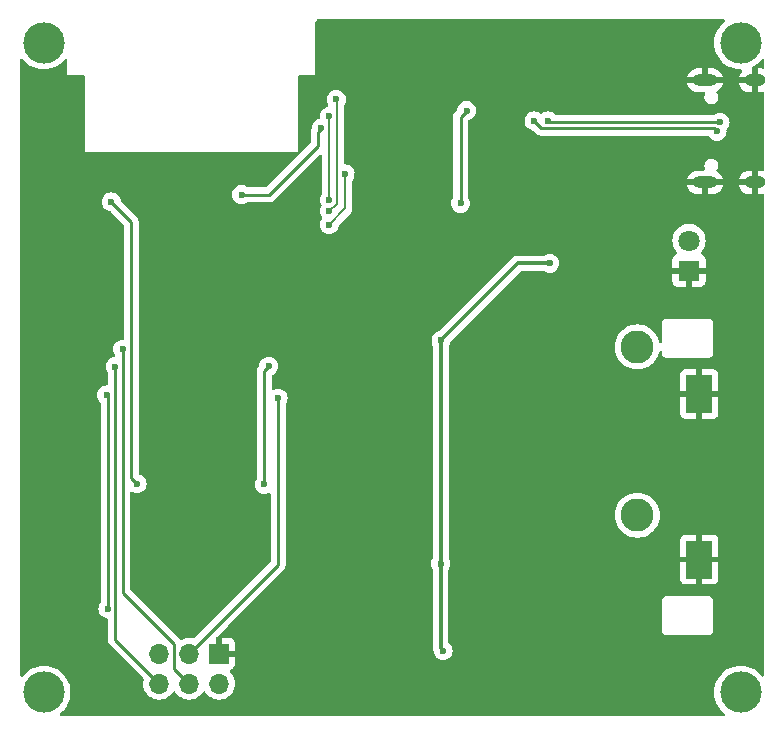
<source format=gbr>
%TF.GenerationSoftware,KiCad,Pcbnew,8.0.0*%
%TF.CreationDate,2024-06-17T16:53:13+02:00*%
%TF.ProjectId,Lucaudio_esp32,4c756361-7564-4696-9f5f-65737033322e,rev?*%
%TF.SameCoordinates,Original*%
%TF.FileFunction,Copper,L2,Bot*%
%TF.FilePolarity,Positive*%
%FSLAX46Y46*%
G04 Gerber Fmt 4.6, Leading zero omitted, Abs format (unit mm)*
G04 Created by KiCad (PCBNEW 8.0.0) date 2024-06-17 16:53:13*
%MOMM*%
%LPD*%
G01*
G04 APERTURE LIST*
%TA.AperFunction,ComponentPad*%
%ADD10C,2.800000*%
%TD*%
%TA.AperFunction,ComponentPad*%
%ADD11R,2.200000X3.200000*%
%TD*%
%TA.AperFunction,ComponentPad*%
%ADD12C,3.500000*%
%TD*%
%TA.AperFunction,ComponentPad*%
%ADD13R,1.700000X1.700000*%
%TD*%
%TA.AperFunction,ComponentPad*%
%ADD14O,1.700000X1.700000*%
%TD*%
%TA.AperFunction,ComponentPad*%
%ADD15O,1.800000X1.000000*%
%TD*%
%TA.AperFunction,ComponentPad*%
%ADD16O,2.100000X1.000000*%
%TD*%
%TA.AperFunction,ComponentPad*%
%ADD17R,1.800000X1.800000*%
%TD*%
%TA.AperFunction,ComponentPad*%
%ADD18C,1.800000*%
%TD*%
%TA.AperFunction,ViaPad*%
%ADD19C,0.600000*%
%TD*%
%TA.AperFunction,Conductor*%
%ADD20C,0.304800*%
%TD*%
%TA.AperFunction,Conductor*%
%ADD21C,0.254000*%
%TD*%
%TA.AperFunction,Conductor*%
%ADD22C,0.200000*%
%TD*%
G04 APERTURE END LIST*
D10*
%TO.P,J3,1,IN1*%
%TO.N,Net-(J3-IN1)*%
X155250000Y-94250000D03*
%TO.P,J3,2,IN2*%
%TO.N,Net-(J3-IN2)*%
X155250000Y-108500000D03*
D11*
%TO.P,J3,3,EXT*%
%TO.N,GND*%
X160500000Y-112250000D03*
X160500000Y-98250000D03*
%TD*%
D12*
%TO.P,REF\u002A\u002A,1*%
%TO.N,N/C*%
X105000000Y-123500000D03*
%TD*%
D13*
%TO.P,J2,1,Pin_1*%
%TO.N,GND*%
X119847600Y-120213200D03*
D14*
%TO.P,J2,2,Pin_2*%
%TO.N,MCU_RST*%
X119847600Y-122753200D03*
%TO.P,J2,3,Pin_3*%
%TO.N,GPIO15*%
X117307600Y-120213200D03*
%TO.P,J2,4,Pin_4*%
%TO.N,GPIO14*%
X117307600Y-122753200D03*
%TO.P,J2,5,Pin_5*%
%TO.N,GPIO13*%
X114767600Y-120213200D03*
%TO.P,J2,6,Pin_6*%
%TO.N,GPIO12*%
X114767600Y-122753200D03*
%TD*%
D12*
%TO.P,REF\u002A\u002A,1*%
%TO.N,N/C*%
X164000000Y-123500000D03*
%TD*%
D15*
%TO.P,J1,S1,SHIELD*%
%TO.N,GND*%
X165189200Y-71676800D03*
D16*
X160989200Y-71676800D03*
D15*
X165189200Y-80316800D03*
D16*
X160989200Y-80316800D03*
%TD*%
D12*
%TO.P,REF\u002A\u002A,1*%
%TO.N,N/C*%
X105000000Y-68500000D03*
%TD*%
D17*
%TO.P,LED1,1,K*%
%TO.N,GND*%
X159623400Y-87787800D03*
D18*
%TO.P,LED1,2,A*%
%TO.N,Net-(LED1-A)*%
X159623400Y-85247800D03*
%TD*%
D12*
%TO.P,REF\u002A\u002A,1*%
%TO.N,N/C*%
X164000000Y-68500000D03*
%TD*%
D19*
%TO.N,GND*%
X142877000Y-104000000D03*
X161250000Y-120500000D03*
X153035000Y-70764400D03*
X105000000Y-71750000D03*
X152750000Y-111500000D03*
X109500000Y-123500000D03*
X146304000Y-113766600D03*
X139000000Y-70000000D03*
X142367000Y-122783600D03*
X136702800Y-120167400D03*
X153500000Y-99500000D03*
X152552400Y-80721200D03*
X164046200Y-78030800D03*
X158000000Y-72500000D03*
X158250000Y-80000000D03*
X146558000Y-93395800D03*
X124485400Y-117627400D03*
X118262400Y-116433600D03*
X141440200Y-79427800D03*
X142290800Y-116459000D03*
X164000000Y-120000000D03*
X148031200Y-100457000D03*
X128041400Y-80772000D03*
X146812000Y-119176800D03*
X124460000Y-88798400D03*
X121640600Y-83464400D03*
X128500000Y-89000000D03*
X108940600Y-105410000D03*
X122504200Y-111785400D03*
X137998200Y-78689200D03*
X144424400Y-102438200D03*
X141440200Y-72188800D03*
X153250000Y-95250000D03*
X128250000Y-100750000D03*
X136931400Y-100507800D03*
X141452600Y-108686600D03*
X111000000Y-78750000D03*
X131495800Y-79756000D03*
X141250000Y-104000000D03*
X105000000Y-120000000D03*
X154406600Y-73456800D03*
X162395200Y-72696800D03*
X121767600Y-78892400D03*
X126136400Y-105613200D03*
X154750000Y-83750000D03*
X128250000Y-73250000D03*
X117678200Y-105562400D03*
%TO.N,+5V*%
X138607800Y-112598200D03*
X147828000Y-87172800D03*
X138811000Y-119964200D03*
X138633200Y-93700600D03*
%TO.N,3V3*%
X140792200Y-74244200D03*
X140284200Y-82092800D03*
%TO.N,Net-(U3-UD-)*%
X162001200Y-75996800D03*
X146507200Y-75115800D03*
%TO.N,Net-(U3-UD+)*%
X162255200Y-75234800D03*
X147689843Y-75115800D03*
%TO.N,MCU_TX*%
X129184400Y-74726800D03*
X129184400Y-81803070D03*
%TO.N,MCU_RX*%
X129175450Y-82756904D03*
X129763435Y-73299235D03*
%TO.N,MCU_RST*%
X110718600Y-81965800D03*
X128498600Y-75717400D03*
X121742200Y-81356200D03*
X112903000Y-105841800D03*
%TO.N,GPIO0*%
X123672600Y-105892600D03*
X124045600Y-95885000D03*
X129159000Y-83896200D03*
X130530600Y-79603600D03*
%TO.N,GPIO14*%
X111683800Y-94437200D03*
%TO.N,GPIO13*%
X110429800Y-116433600D03*
X110312200Y-98323400D03*
%TO.N,GPIO15*%
X124841000Y-98602800D03*
%TO.N,GPIO12*%
X111048800Y-95910400D03*
%TD*%
D20*
%TO.N,+5V*%
X138633200Y-112572800D02*
X138607800Y-112598200D01*
X138607800Y-119761000D02*
X138811000Y-119964200D01*
X138633200Y-93700600D02*
X138633200Y-112572800D01*
X145161000Y-87172800D02*
X147828000Y-87172800D01*
X138607800Y-112598200D02*
X138607800Y-119761000D01*
X138633200Y-93700600D02*
X145161000Y-87172800D01*
D21*
%TO.N,3V3*%
X140284200Y-74752200D02*
X140792200Y-74244200D01*
X140284200Y-82092800D02*
X140284200Y-74752200D01*
%TO.N,Net-(U3-UD-)*%
X162001200Y-75996800D02*
X161747200Y-75742800D01*
X147134200Y-75742800D02*
X146507200Y-75115800D01*
X161747200Y-75742800D02*
X147134200Y-75742800D01*
%TO.N,Net-(U3-UD+)*%
X147689843Y-75115800D02*
X147808843Y-75234800D01*
X147808843Y-75234800D02*
X162255200Y-75234800D01*
D22*
%TO.N,MCU_TX*%
X129184400Y-81803070D02*
X129184400Y-74726800D01*
%TO.N,MCU_RX*%
X129784400Y-73320200D02*
X129763435Y-73299235D01*
X129175450Y-82756904D02*
X129784400Y-82147954D01*
X129784400Y-82147954D02*
X129784400Y-73320200D01*
D21*
%TO.N,MCU_RST*%
X128244600Y-76022200D02*
X128498600Y-75768200D01*
X112395000Y-83642200D02*
X110718600Y-81965800D01*
X128244600Y-77216000D02*
X128244600Y-76022200D01*
X128498600Y-75768200D02*
X128498600Y-75717400D01*
X121742200Y-81356200D02*
X124104400Y-81356200D01*
X112395000Y-105333800D02*
X112395000Y-83642200D01*
X112903000Y-105841800D02*
X112395000Y-105333800D01*
X124104400Y-81356200D02*
X128244600Y-77216000D01*
%TO.N,GPIO0*%
X123672600Y-96258000D02*
X124045600Y-95885000D01*
X123672600Y-105892600D02*
X123672600Y-96258000D01*
D22*
X130530600Y-79603600D02*
X130530600Y-82524600D01*
X130530600Y-82524600D02*
X129159000Y-83896200D01*
D21*
%TO.N,GPIO14*%
X111683800Y-94437200D02*
X111683800Y-115062000D01*
X116052600Y-119430800D02*
X116052600Y-121498200D01*
X116052600Y-121498200D02*
X117307600Y-122753200D01*
X111683800Y-115062000D02*
X116052600Y-119430800D01*
%TO.N,GPIO13*%
X110439200Y-116424200D02*
X110429800Y-116433600D01*
X110439200Y-98450400D02*
X110439200Y-116424200D01*
X110312200Y-98323400D02*
X110439200Y-98450400D01*
%TO.N,GPIO15*%
X117307600Y-120213200D02*
X124841000Y-112679800D01*
X124841000Y-112679800D02*
X124841000Y-98602800D01*
%TO.N,GPIO12*%
X111056800Y-95918400D02*
X111056800Y-119042400D01*
X111048800Y-95910400D02*
X111056800Y-95918400D01*
X111056800Y-119042400D02*
X114767600Y-122753200D01*
%TD*%
%TA.AperFunction,Conductor*%
%TO.N,GND*%
G36*
X162604910Y-66519685D02*
G01*
X162650665Y-66572489D01*
X162660609Y-66641647D01*
X162631584Y-66705203D01*
X162619630Y-66717228D01*
X162405241Y-66905241D01*
X162210728Y-67127041D01*
X162046828Y-67372334D01*
X161916349Y-67636919D01*
X161821521Y-67916269D01*
X161821518Y-67916283D01*
X161763968Y-68205609D01*
X161763964Y-68205636D01*
X161744671Y-68499992D01*
X161744671Y-68500007D01*
X161763964Y-68794363D01*
X161763965Y-68794373D01*
X161763966Y-68794380D01*
X161763968Y-68794390D01*
X161821518Y-69083716D01*
X161821521Y-69083730D01*
X161916349Y-69363080D01*
X162046825Y-69627660D01*
X162046829Y-69627667D01*
X162210725Y-69872955D01*
X162405241Y-70094758D01*
X162627043Y-70289273D01*
X162872335Y-70453172D01*
X163136923Y-70583652D01*
X163416278Y-70678481D01*
X163705620Y-70736034D01*
X163733177Y-70737840D01*
X164004051Y-70755595D01*
X164003936Y-70757338D01*
X164064133Y-70775014D01*
X164109888Y-70827818D01*
X164119832Y-70896976D01*
X164090807Y-70960532D01*
X164084775Y-70967010D01*
X164012451Y-71039333D01*
X164012448Y-71039337D01*
X163903014Y-71203115D01*
X163903007Y-71203128D01*
X163827630Y-71385107D01*
X163827630Y-71385109D01*
X163819338Y-71426800D01*
X164622212Y-71426800D01*
X164604995Y-71436740D01*
X164549140Y-71492595D01*
X164509644Y-71561004D01*
X164489200Y-71637304D01*
X164489200Y-71716296D01*
X164509644Y-71792596D01*
X164549140Y-71861005D01*
X164604995Y-71916860D01*
X164622212Y-71926800D01*
X163819338Y-71926800D01*
X163827630Y-71968490D01*
X163827630Y-71968492D01*
X163903007Y-72150471D01*
X163903014Y-72150484D01*
X164012448Y-72314262D01*
X164012451Y-72314266D01*
X164151733Y-72453548D01*
X164151737Y-72453551D01*
X164315515Y-72562985D01*
X164315528Y-72562992D01*
X164497506Y-72638369D01*
X164497518Y-72638372D01*
X164690704Y-72676799D01*
X164690708Y-72676800D01*
X164939200Y-72676800D01*
X164939200Y-71976800D01*
X165439200Y-71976800D01*
X165439200Y-72676800D01*
X165687692Y-72676800D01*
X165687694Y-72676799D01*
X165851809Y-72644155D01*
X165921400Y-72650382D01*
X165976578Y-72693245D01*
X165999822Y-72759135D01*
X166000000Y-72765772D01*
X166000000Y-79227827D01*
X165980315Y-79294866D01*
X165927511Y-79340621D01*
X165858353Y-79350565D01*
X165851809Y-79349444D01*
X165687695Y-79316800D01*
X165439200Y-79316800D01*
X165439200Y-80016800D01*
X164939200Y-80016800D01*
X164939200Y-79316800D01*
X164690704Y-79316800D01*
X164497518Y-79355227D01*
X164497506Y-79355230D01*
X164315528Y-79430607D01*
X164315515Y-79430614D01*
X164151737Y-79540048D01*
X164151733Y-79540051D01*
X164012451Y-79679333D01*
X164012448Y-79679337D01*
X163903014Y-79843115D01*
X163903007Y-79843128D01*
X163827630Y-80025107D01*
X163827630Y-80025109D01*
X163819338Y-80066800D01*
X164622212Y-80066800D01*
X164604995Y-80076740D01*
X164549140Y-80132595D01*
X164509644Y-80201004D01*
X164489200Y-80277304D01*
X164489200Y-80356296D01*
X164509644Y-80432596D01*
X164549140Y-80501005D01*
X164604995Y-80556860D01*
X164622212Y-80566800D01*
X163819338Y-80566800D01*
X163827630Y-80608490D01*
X163827630Y-80608492D01*
X163903007Y-80790471D01*
X163903014Y-80790484D01*
X164012448Y-80954262D01*
X164012451Y-80954266D01*
X164151733Y-81093548D01*
X164151737Y-81093551D01*
X164315515Y-81202985D01*
X164315528Y-81202992D01*
X164497506Y-81278369D01*
X164497518Y-81278372D01*
X164690704Y-81316799D01*
X164690708Y-81316800D01*
X164939200Y-81316800D01*
X164939200Y-80616800D01*
X165439200Y-80616800D01*
X165439200Y-81316800D01*
X165687692Y-81316800D01*
X165687694Y-81316799D01*
X165851809Y-81284155D01*
X165921400Y-81290382D01*
X165976578Y-81333245D01*
X165999822Y-81399135D01*
X166000000Y-81405772D01*
X166000000Y-122037870D01*
X165980315Y-122104909D01*
X165927511Y-122150664D01*
X165858353Y-122160608D01*
X165794797Y-122131583D01*
X165782772Y-122119629D01*
X165594758Y-121905241D01*
X165372955Y-121710725D01*
X165127667Y-121546829D01*
X165127660Y-121546825D01*
X164863080Y-121416349D01*
X164583730Y-121321521D01*
X164583724Y-121321519D01*
X164583722Y-121321519D01*
X164294380Y-121263966D01*
X164294373Y-121263965D01*
X164294363Y-121263964D01*
X164000007Y-121244671D01*
X163999993Y-121244671D01*
X163705636Y-121263964D01*
X163705624Y-121263965D01*
X163705620Y-121263966D01*
X163705612Y-121263967D01*
X163705609Y-121263968D01*
X163416283Y-121321518D01*
X163416269Y-121321521D01*
X163136919Y-121416349D01*
X162872334Y-121546828D01*
X162627041Y-121710728D01*
X162405241Y-121905241D01*
X162210728Y-122127041D01*
X162046828Y-122372334D01*
X161916349Y-122636919D01*
X161821521Y-122916269D01*
X161821518Y-122916283D01*
X161763968Y-123205609D01*
X161763964Y-123205636D01*
X161744671Y-123499992D01*
X161744671Y-123500007D01*
X161763964Y-123794363D01*
X161763965Y-123794373D01*
X161763966Y-123794380D01*
X161763968Y-123794390D01*
X161821518Y-124083716D01*
X161821521Y-124083730D01*
X161916349Y-124363080D01*
X162046825Y-124627660D01*
X162046829Y-124627667D01*
X162210725Y-124872955D01*
X162405241Y-125094758D01*
X162619630Y-125282772D01*
X162657054Y-125341774D01*
X162656638Y-125411642D01*
X162618515Y-125470194D01*
X162554787Y-125498841D01*
X162537871Y-125500000D01*
X106462129Y-125500000D01*
X106395090Y-125480315D01*
X106349335Y-125427511D01*
X106339391Y-125358353D01*
X106368416Y-125294797D01*
X106380370Y-125282772D01*
X106594758Y-125094758D01*
X106711071Y-124962129D01*
X106789273Y-124872957D01*
X106953172Y-124627665D01*
X107083652Y-124363077D01*
X107178481Y-124083722D01*
X107236034Y-123794380D01*
X107247162Y-123624601D01*
X107255329Y-123500007D01*
X107255329Y-123499992D01*
X107236035Y-123205636D01*
X107236034Y-123205620D01*
X107178481Y-122916278D01*
X107083652Y-122636923D01*
X106953172Y-122372336D01*
X106945668Y-122361106D01*
X106811700Y-122160608D01*
X106789273Y-122127043D01*
X106743956Y-122075369D01*
X106594758Y-121905241D01*
X106372955Y-121710725D01*
X106127667Y-121546829D01*
X106127660Y-121546825D01*
X105863080Y-121416349D01*
X105583730Y-121321521D01*
X105583724Y-121321519D01*
X105583722Y-121321519D01*
X105294380Y-121263966D01*
X105294373Y-121263965D01*
X105294363Y-121263964D01*
X105000007Y-121244671D01*
X104999993Y-121244671D01*
X104705636Y-121263964D01*
X104705624Y-121263965D01*
X104705620Y-121263966D01*
X104705612Y-121263967D01*
X104705609Y-121263968D01*
X104416283Y-121321518D01*
X104416269Y-121321521D01*
X104136919Y-121416349D01*
X103872334Y-121546828D01*
X103627041Y-121710728D01*
X103405241Y-121905241D01*
X103217228Y-122119629D01*
X103158226Y-122157053D01*
X103088358Y-122156637D01*
X103029805Y-122118513D01*
X103001159Y-122054786D01*
X103000000Y-122037870D01*
X103000000Y-98323403D01*
X109506635Y-98323403D01*
X109526830Y-98502649D01*
X109526831Y-98502654D01*
X109586411Y-98672923D01*
X109682384Y-98825662D01*
X109775381Y-98918659D01*
X109808866Y-98979982D01*
X109811700Y-99006340D01*
X109811700Y-115876968D01*
X109792694Y-115942940D01*
X109704011Y-116084076D01*
X109644431Y-116254345D01*
X109644430Y-116254350D01*
X109624235Y-116433596D01*
X109624235Y-116433603D01*
X109644430Y-116612849D01*
X109644431Y-116612854D01*
X109704011Y-116783123D01*
X109799984Y-116935862D01*
X109927538Y-117063416D01*
X110080278Y-117159389D01*
X110250545Y-117218968D01*
X110319184Y-117226701D01*
X110383596Y-117253766D01*
X110423152Y-117311360D01*
X110429300Y-117349921D01*
X110429300Y-119104207D01*
X110453412Y-119225427D01*
X110453414Y-119225435D01*
X110486862Y-119306185D01*
X110500715Y-119339629D01*
X110500717Y-119339633D01*
X110557701Y-119424916D01*
X110557702Y-119424918D01*
X110569388Y-119442407D01*
X110569393Y-119442413D01*
X113426764Y-122299783D01*
X113460249Y-122361106D01*
X113458858Y-122419556D01*
X113432539Y-122517783D01*
X113432536Y-122517796D01*
X113411941Y-122753199D01*
X113411941Y-122753200D01*
X113432536Y-122988603D01*
X113432538Y-122988613D01*
X113493694Y-123216855D01*
X113493696Y-123216859D01*
X113493697Y-123216863D01*
X113497600Y-123225232D01*
X113593565Y-123431030D01*
X113593567Y-123431034D01*
X113641858Y-123500000D01*
X113729105Y-123624601D01*
X113896199Y-123791695D01*
X113992984Y-123859465D01*
X114089765Y-123927232D01*
X114089767Y-123927233D01*
X114089770Y-123927235D01*
X114303937Y-124027103D01*
X114532192Y-124088263D01*
X114720518Y-124104739D01*
X114767599Y-124108859D01*
X114767600Y-124108859D01*
X114767601Y-124108859D01*
X114806834Y-124105426D01*
X115003008Y-124088263D01*
X115231263Y-124027103D01*
X115445430Y-123927235D01*
X115639001Y-123791695D01*
X115806095Y-123624601D01*
X115936025Y-123439042D01*
X115990602Y-123395417D01*
X116060100Y-123388223D01*
X116122455Y-123419746D01*
X116139175Y-123439042D01*
X116269100Y-123624595D01*
X116269105Y-123624601D01*
X116436199Y-123791695D01*
X116532984Y-123859465D01*
X116629765Y-123927232D01*
X116629767Y-123927233D01*
X116629770Y-123927235D01*
X116843937Y-124027103D01*
X117072192Y-124088263D01*
X117260518Y-124104739D01*
X117307599Y-124108859D01*
X117307600Y-124108859D01*
X117307601Y-124108859D01*
X117346834Y-124105426D01*
X117543008Y-124088263D01*
X117771263Y-124027103D01*
X117985430Y-123927235D01*
X118179001Y-123791695D01*
X118346095Y-123624601D01*
X118476025Y-123439042D01*
X118530602Y-123395417D01*
X118600100Y-123388223D01*
X118662455Y-123419746D01*
X118679175Y-123439042D01*
X118809100Y-123624595D01*
X118809105Y-123624601D01*
X118976199Y-123791695D01*
X119072984Y-123859465D01*
X119169765Y-123927232D01*
X119169767Y-123927233D01*
X119169770Y-123927235D01*
X119383937Y-124027103D01*
X119612192Y-124088263D01*
X119800518Y-124104739D01*
X119847599Y-124108859D01*
X119847600Y-124108859D01*
X119847601Y-124108859D01*
X119886834Y-124105426D01*
X120083008Y-124088263D01*
X120311263Y-124027103D01*
X120525430Y-123927235D01*
X120719001Y-123791695D01*
X120886095Y-123624601D01*
X121021635Y-123431030D01*
X121121503Y-123216863D01*
X121182663Y-122988608D01*
X121203259Y-122753200D01*
X121182663Y-122517792D01*
X121121503Y-122289537D01*
X121021635Y-122075371D01*
X121016024Y-122067358D01*
X120886096Y-121881800D01*
X120886093Y-121881797D01*
X120763779Y-121759483D01*
X120730296Y-121698163D01*
X120735280Y-121628471D01*
X120777151Y-121572537D01*
X120808129Y-121555622D01*
X120939686Y-121506554D01*
X120939693Y-121506550D01*
X121054787Y-121420390D01*
X121054790Y-121420387D01*
X121140950Y-121305293D01*
X121140954Y-121305286D01*
X121191196Y-121170579D01*
X121191198Y-121170572D01*
X121197599Y-121111044D01*
X121197600Y-121111027D01*
X121197600Y-120463200D01*
X120280612Y-120463200D01*
X120313525Y-120406193D01*
X120347600Y-120279026D01*
X120347600Y-120147374D01*
X120313525Y-120020207D01*
X120280612Y-119963200D01*
X121197600Y-119963200D01*
X121197600Y-119315372D01*
X121197599Y-119315355D01*
X121191198Y-119255827D01*
X121191196Y-119255820D01*
X121140954Y-119121113D01*
X121140950Y-119121106D01*
X121054790Y-119006012D01*
X121054787Y-119006009D01*
X120939693Y-118919849D01*
X120939686Y-118919845D01*
X120804979Y-118869603D01*
X120804972Y-118869601D01*
X120745444Y-118863200D01*
X120097600Y-118863200D01*
X120097600Y-119780188D01*
X120040593Y-119747275D01*
X119913426Y-119713200D01*
X119781774Y-119713200D01*
X119654607Y-119747275D01*
X119597600Y-119780188D01*
X119597600Y-118861980D01*
X119617285Y-118794941D01*
X119633919Y-118774299D01*
X120558719Y-117849500D01*
X125328411Y-113079809D01*
X125397083Y-112977033D01*
X125444385Y-112862835D01*
X125468500Y-112741604D01*
X125468500Y-112617997D01*
X125468500Y-112598203D01*
X137802235Y-112598203D01*
X137822430Y-112777449D01*
X137822431Y-112777454D01*
X137882011Y-112947722D01*
X137935894Y-113033476D01*
X137954900Y-113099448D01*
X137954900Y-119825307D01*
X137974008Y-119921365D01*
X137974008Y-119921366D01*
X137979989Y-119951438D01*
X137979993Y-119951449D01*
X138006268Y-120014885D01*
X138014926Y-120048451D01*
X138025630Y-120143449D01*
X138085210Y-120313721D01*
X138091389Y-120323554D01*
X138181184Y-120466462D01*
X138308738Y-120594016D01*
X138461478Y-120689989D01*
X138631745Y-120749568D01*
X138631750Y-120749569D01*
X138810996Y-120769765D01*
X138811000Y-120769765D01*
X138811004Y-120769765D01*
X138990249Y-120749569D01*
X138990252Y-120749568D01*
X138990255Y-120749568D01*
X139160522Y-120689989D01*
X139313262Y-120594016D01*
X139440816Y-120466462D01*
X139536789Y-120313722D01*
X139596368Y-120143455D01*
X139596369Y-120143449D01*
X139616565Y-119964203D01*
X139616565Y-119964196D01*
X139596369Y-119784950D01*
X139596368Y-119784945D01*
X139583978Y-119749537D01*
X139536789Y-119614678D01*
X139440816Y-119461938D01*
X139313262Y-119334384D01*
X139307816Y-119330041D01*
X139309710Y-119327665D01*
X139272366Y-119285331D01*
X139260700Y-119232824D01*
X139260700Y-118302727D01*
X157349500Y-118302727D01*
X157376793Y-118404587D01*
X157429520Y-118495913D01*
X157504087Y-118570480D01*
X157595413Y-118623207D01*
X157697273Y-118650500D01*
X157697275Y-118650500D01*
X161302725Y-118650500D01*
X161302727Y-118650500D01*
X161404587Y-118623207D01*
X161495913Y-118570480D01*
X161570480Y-118495913D01*
X161623207Y-118404587D01*
X161650500Y-118302727D01*
X161650500Y-115697273D01*
X161623207Y-115595413D01*
X161570480Y-115504087D01*
X161495913Y-115429520D01*
X161404587Y-115376793D01*
X161302727Y-115349500D01*
X157802727Y-115349500D01*
X157697273Y-115349500D01*
X157595413Y-115376793D01*
X157595410Y-115376794D01*
X157504085Y-115429521D01*
X157429521Y-115504085D01*
X157376794Y-115595410D01*
X157376793Y-115595413D01*
X157349500Y-115697273D01*
X157349500Y-118302727D01*
X139260700Y-118302727D01*
X139260700Y-113897844D01*
X158900000Y-113897844D01*
X158906401Y-113957372D01*
X158906403Y-113957379D01*
X158956645Y-114092086D01*
X158956649Y-114092093D01*
X159042809Y-114207187D01*
X159042812Y-114207190D01*
X159157906Y-114293350D01*
X159157913Y-114293354D01*
X159292620Y-114343596D01*
X159292627Y-114343598D01*
X159352155Y-114349999D01*
X159352172Y-114350000D01*
X160250000Y-114350000D01*
X160250000Y-113433012D01*
X160307007Y-113465925D01*
X160434174Y-113500000D01*
X160565826Y-113500000D01*
X160692993Y-113465925D01*
X160750000Y-113433012D01*
X160750000Y-114350000D01*
X161647828Y-114350000D01*
X161647844Y-114349999D01*
X161707372Y-114343598D01*
X161707379Y-114343596D01*
X161842086Y-114293354D01*
X161842093Y-114293350D01*
X161957187Y-114207190D01*
X161957190Y-114207187D01*
X162043350Y-114092093D01*
X162043354Y-114092086D01*
X162093596Y-113957379D01*
X162093598Y-113957372D01*
X162099999Y-113897844D01*
X162100000Y-113897827D01*
X162100000Y-112500000D01*
X161000000Y-112500000D01*
X161000000Y-112000000D01*
X162100000Y-112000000D01*
X162100000Y-110602172D01*
X162099999Y-110602155D01*
X162093598Y-110542627D01*
X162093596Y-110542620D01*
X162043354Y-110407913D01*
X162043350Y-110407906D01*
X161957190Y-110292812D01*
X161957187Y-110292809D01*
X161842093Y-110206649D01*
X161842086Y-110206645D01*
X161707379Y-110156403D01*
X161707372Y-110156401D01*
X161647844Y-110150000D01*
X160750000Y-110150000D01*
X160750000Y-111066988D01*
X160692993Y-111034075D01*
X160565826Y-111000000D01*
X160434174Y-111000000D01*
X160307007Y-111034075D01*
X160250000Y-111066988D01*
X160250000Y-110150000D01*
X159352155Y-110150000D01*
X159292627Y-110156401D01*
X159292620Y-110156403D01*
X159157913Y-110206645D01*
X159157906Y-110206649D01*
X159042812Y-110292809D01*
X159042809Y-110292812D01*
X158956649Y-110407906D01*
X158956645Y-110407913D01*
X158906403Y-110542620D01*
X158906401Y-110542627D01*
X158900000Y-110602155D01*
X158900000Y-112000000D01*
X160000000Y-112000000D01*
X160000000Y-112500000D01*
X158900000Y-112500000D01*
X158900000Y-113897844D01*
X139260700Y-113897844D01*
X139260700Y-113099448D01*
X139279706Y-113033476D01*
X139315165Y-112977043D01*
X139333589Y-112947722D01*
X139393168Y-112777455D01*
X139393169Y-112777449D01*
X139413365Y-112598203D01*
X139413365Y-112598196D01*
X139393169Y-112418950D01*
X139393166Y-112418937D01*
X139333590Y-112248679D01*
X139305106Y-112203346D01*
X139286100Y-112137375D01*
X139286100Y-108500001D01*
X153344645Y-108500001D01*
X153364039Y-108771160D01*
X153364040Y-108771167D01*
X153421823Y-109036793D01*
X153421825Y-109036801D01*
X153498330Y-109241920D01*
X153516830Y-109291519D01*
X153647109Y-109530107D01*
X153647110Y-109530108D01*
X153647113Y-109530113D01*
X153810029Y-109747742D01*
X153810033Y-109747746D01*
X153810038Y-109747752D01*
X154002247Y-109939961D01*
X154002253Y-109939966D01*
X154002258Y-109939971D01*
X154219887Y-110102887D01*
X154219891Y-110102889D01*
X154219892Y-110102890D01*
X154458481Y-110233169D01*
X154458480Y-110233169D01*
X154458484Y-110233170D01*
X154458487Y-110233172D01*
X154713199Y-110328175D01*
X154978840Y-110385961D01*
X155230605Y-110403967D01*
X155249999Y-110405355D01*
X155250000Y-110405355D01*
X155250001Y-110405355D01*
X155268100Y-110404060D01*
X155521160Y-110385961D01*
X155786801Y-110328175D01*
X156041513Y-110233172D01*
X156041517Y-110233169D01*
X156041519Y-110233169D01*
X156193832Y-110150000D01*
X156280113Y-110102887D01*
X156497742Y-109939971D01*
X156689971Y-109747742D01*
X156852887Y-109530113D01*
X156983172Y-109291513D01*
X157078175Y-109036801D01*
X157135961Y-108771160D01*
X157155355Y-108500000D01*
X157135961Y-108228840D01*
X157078175Y-107963199D01*
X156983172Y-107708487D01*
X156983170Y-107708484D01*
X156983169Y-107708480D01*
X156852890Y-107469892D01*
X156852889Y-107469891D01*
X156852887Y-107469887D01*
X156689971Y-107252258D01*
X156689966Y-107252253D01*
X156689961Y-107252247D01*
X156497752Y-107060038D01*
X156497746Y-107060033D01*
X156497742Y-107060029D01*
X156280113Y-106897113D01*
X156280108Y-106897110D01*
X156280107Y-106897109D01*
X156041518Y-106766830D01*
X156041519Y-106766830D01*
X155991920Y-106748330D01*
X155786801Y-106671825D01*
X155786794Y-106671823D01*
X155786793Y-106671823D01*
X155521167Y-106614040D01*
X155521160Y-106614039D01*
X155250001Y-106594645D01*
X155249999Y-106594645D01*
X154978839Y-106614039D01*
X154978832Y-106614040D01*
X154713206Y-106671823D01*
X154713202Y-106671824D01*
X154713199Y-106671825D01*
X154585843Y-106719326D01*
X154458480Y-106766830D01*
X154219892Y-106897109D01*
X154219891Y-106897110D01*
X154002259Y-107060028D01*
X154002247Y-107060038D01*
X153810038Y-107252247D01*
X153810028Y-107252259D01*
X153647110Y-107469891D01*
X153647109Y-107469892D01*
X153516830Y-107708480D01*
X153469326Y-107835843D01*
X153421825Y-107963199D01*
X153421824Y-107963202D01*
X153421823Y-107963206D01*
X153364040Y-108228832D01*
X153364039Y-108228839D01*
X153344645Y-108499998D01*
X153344645Y-108500001D01*
X139286100Y-108500001D01*
X139286100Y-99897844D01*
X158900000Y-99897844D01*
X158906401Y-99957372D01*
X158906403Y-99957379D01*
X158956645Y-100092086D01*
X158956649Y-100092093D01*
X159042809Y-100207187D01*
X159042812Y-100207190D01*
X159157906Y-100293350D01*
X159157913Y-100293354D01*
X159292620Y-100343596D01*
X159292627Y-100343598D01*
X159352155Y-100349999D01*
X159352172Y-100350000D01*
X160250000Y-100350000D01*
X160250000Y-99433012D01*
X160307007Y-99465925D01*
X160434174Y-99500000D01*
X160565826Y-99500000D01*
X160692993Y-99465925D01*
X160750000Y-99433012D01*
X160750000Y-100350000D01*
X161647828Y-100350000D01*
X161647844Y-100349999D01*
X161707372Y-100343598D01*
X161707379Y-100343596D01*
X161842086Y-100293354D01*
X161842093Y-100293350D01*
X161957187Y-100207190D01*
X161957190Y-100207187D01*
X162043350Y-100092093D01*
X162043354Y-100092086D01*
X162093596Y-99957379D01*
X162093598Y-99957372D01*
X162099999Y-99897844D01*
X162100000Y-99897827D01*
X162100000Y-98500000D01*
X161000000Y-98500000D01*
X161000000Y-98000000D01*
X162100000Y-98000000D01*
X162100000Y-96602172D01*
X162099999Y-96602155D01*
X162093598Y-96542627D01*
X162093596Y-96542620D01*
X162043354Y-96407913D01*
X162043350Y-96407906D01*
X161957190Y-96292812D01*
X161957187Y-96292809D01*
X161842093Y-96206649D01*
X161842086Y-96206645D01*
X161707379Y-96156403D01*
X161707372Y-96156401D01*
X161647844Y-96150000D01*
X160750000Y-96150000D01*
X160750000Y-97066988D01*
X160692993Y-97034075D01*
X160565826Y-97000000D01*
X160434174Y-97000000D01*
X160307007Y-97034075D01*
X160250000Y-97066988D01*
X160250000Y-96150000D01*
X159352155Y-96150000D01*
X159292627Y-96156401D01*
X159292620Y-96156403D01*
X159157913Y-96206645D01*
X159157906Y-96206649D01*
X159042812Y-96292809D01*
X159042809Y-96292812D01*
X158956649Y-96407906D01*
X158956645Y-96407913D01*
X158906403Y-96542620D01*
X158906401Y-96542627D01*
X158900000Y-96602155D01*
X158900000Y-98000000D01*
X160000000Y-98000000D01*
X160000000Y-98500000D01*
X158900000Y-98500000D01*
X158900000Y-99897844D01*
X139286100Y-99897844D01*
X139286100Y-94250001D01*
X153344645Y-94250001D01*
X153364039Y-94521160D01*
X153364040Y-94521167D01*
X153401400Y-94692908D01*
X153421825Y-94786801D01*
X153465757Y-94904586D01*
X153516830Y-95041519D01*
X153647109Y-95280107D01*
X153647110Y-95280108D01*
X153647113Y-95280113D01*
X153810029Y-95497742D01*
X153810033Y-95497746D01*
X153810038Y-95497752D01*
X154002247Y-95689961D01*
X154002253Y-95689966D01*
X154002258Y-95689971D01*
X154219887Y-95852887D01*
X154219891Y-95852889D01*
X154219892Y-95852890D01*
X154458480Y-95983169D01*
X154458484Y-95983170D01*
X154458487Y-95983172D01*
X154713199Y-96078175D01*
X154978840Y-96135961D01*
X155230605Y-96153967D01*
X155249999Y-96155355D01*
X155250000Y-96155355D01*
X155250001Y-96155355D01*
X155268100Y-96154060D01*
X155521160Y-96135961D01*
X155786801Y-96078175D01*
X156041513Y-95983172D01*
X156041517Y-95983169D01*
X156041519Y-95983169D01*
X156174793Y-95910396D01*
X156280113Y-95852887D01*
X156497742Y-95689971D01*
X156689971Y-95497742D01*
X156852887Y-95280113D01*
X156937568Y-95125031D01*
X156983169Y-95041519D01*
X156983169Y-95041517D01*
X156983172Y-95041513D01*
X157078175Y-94786801D01*
X157104334Y-94666550D01*
X157137819Y-94605227D01*
X157199142Y-94571742D01*
X157268833Y-94576726D01*
X157324767Y-94618597D01*
X157349184Y-94684062D01*
X157349500Y-94692908D01*
X157349500Y-94802727D01*
X157376793Y-94904587D01*
X157429520Y-94995913D01*
X157504087Y-95070480D01*
X157595413Y-95123207D01*
X157697273Y-95150500D01*
X157697275Y-95150500D01*
X161302725Y-95150500D01*
X161302727Y-95150500D01*
X161404587Y-95123207D01*
X161495913Y-95070480D01*
X161570480Y-94995913D01*
X161623207Y-94904587D01*
X161650500Y-94802727D01*
X161650500Y-92197273D01*
X161623207Y-92095413D01*
X161570480Y-92004087D01*
X161495913Y-91929520D01*
X161404587Y-91876793D01*
X161302727Y-91849500D01*
X157802727Y-91849500D01*
X157697273Y-91849500D01*
X157595413Y-91876793D01*
X157595410Y-91876794D01*
X157504085Y-91929521D01*
X157429521Y-92004085D01*
X157376794Y-92095410D01*
X157376793Y-92095413D01*
X157349500Y-92197273D01*
X157349500Y-93807091D01*
X157329815Y-93874130D01*
X157277011Y-93919885D01*
X157207853Y-93929829D01*
X157144297Y-93900804D01*
X157106523Y-93842026D01*
X157104334Y-93833449D01*
X157091371Y-93773860D01*
X157078175Y-93713199D01*
X156983172Y-93458487D01*
X156983170Y-93458484D01*
X156983169Y-93458480D01*
X156852890Y-93219892D01*
X156852889Y-93219891D01*
X156852887Y-93219887D01*
X156689971Y-93002258D01*
X156689966Y-93002253D01*
X156689961Y-93002247D01*
X156497752Y-92810038D01*
X156497746Y-92810033D01*
X156497742Y-92810029D01*
X156280113Y-92647113D01*
X156280108Y-92647110D01*
X156280107Y-92647109D01*
X156041518Y-92516830D01*
X156041519Y-92516830D01*
X155991920Y-92498330D01*
X155786801Y-92421825D01*
X155786794Y-92421823D01*
X155786793Y-92421823D01*
X155521167Y-92364040D01*
X155521160Y-92364039D01*
X155250001Y-92344645D01*
X155249999Y-92344645D01*
X154978839Y-92364039D01*
X154978832Y-92364040D01*
X154713206Y-92421823D01*
X154713202Y-92421824D01*
X154713199Y-92421825D01*
X154585843Y-92469326D01*
X154458480Y-92516830D01*
X154219892Y-92647109D01*
X154219891Y-92647110D01*
X154002259Y-92810028D01*
X154002247Y-92810038D01*
X153810038Y-93002247D01*
X153810028Y-93002259D01*
X153647110Y-93219891D01*
X153647109Y-93219892D01*
X153516830Y-93458480D01*
X153497096Y-93511390D01*
X153421825Y-93713199D01*
X153421824Y-93713202D01*
X153421823Y-93713206D01*
X153364040Y-93978832D01*
X153364039Y-93978839D01*
X153344645Y-94249998D01*
X153344645Y-94250001D01*
X139286100Y-94250001D01*
X139286100Y-94201848D01*
X139305106Y-94135876D01*
X139335392Y-94087676D01*
X139358989Y-94050122D01*
X139418568Y-93879855D01*
X139418951Y-93876450D01*
X139419812Y-93874400D01*
X139420117Y-93873068D01*
X139420350Y-93873121D01*
X139446013Y-93812037D01*
X139454481Y-93802657D01*
X145395121Y-87862019D01*
X145456444Y-87828534D01*
X145482802Y-87825700D01*
X147326752Y-87825700D01*
X147392723Y-87844705D01*
X147478478Y-87898589D01*
X147648745Y-87958168D01*
X147648750Y-87958169D01*
X147827996Y-87978365D01*
X147828000Y-87978365D01*
X147828004Y-87978365D01*
X148007249Y-87958169D01*
X148007252Y-87958168D01*
X148007255Y-87958168D01*
X148177522Y-87898589D01*
X148330262Y-87802616D01*
X148457816Y-87675062D01*
X148553789Y-87522322D01*
X148613368Y-87352055D01*
X148633565Y-87172800D01*
X148613368Y-86993545D01*
X148553789Y-86823278D01*
X148457816Y-86670538D01*
X148330262Y-86542984D01*
X148293524Y-86519900D01*
X148177523Y-86447011D01*
X148007254Y-86387431D01*
X148007249Y-86387430D01*
X147828004Y-86367235D01*
X147827996Y-86367235D01*
X147648750Y-86387430D01*
X147648745Y-86387431D01*
X147478477Y-86447011D01*
X147392724Y-86500894D01*
X147326752Y-86519900D01*
X145096693Y-86519900D01*
X144980646Y-86542984D01*
X144970556Y-86544991D01*
X144970555Y-86544991D01*
X144851737Y-86594207D01*
X144744797Y-86665661D01*
X138531150Y-92879308D01*
X138469827Y-92912793D01*
X138457356Y-92914847D01*
X138453949Y-92915230D01*
X138283678Y-92974810D01*
X138130937Y-93070784D01*
X138003384Y-93198337D01*
X137907411Y-93351076D01*
X137847831Y-93521345D01*
X137847830Y-93521350D01*
X137827635Y-93700596D01*
X137827635Y-93700603D01*
X137847830Y-93879849D01*
X137847831Y-93879854D01*
X137907411Y-94050122D01*
X137961294Y-94135876D01*
X137980300Y-94201848D01*
X137980300Y-112056528D01*
X137961294Y-112122500D01*
X137882011Y-112248676D01*
X137822431Y-112418945D01*
X137822430Y-112418950D01*
X137802235Y-112598196D01*
X137802235Y-112598203D01*
X125468500Y-112598203D01*
X125468500Y-99144471D01*
X125487507Y-99078498D01*
X125495470Y-99065826D01*
X125565532Y-98954323D01*
X125566788Y-98952324D01*
X125626368Y-98782054D01*
X125626369Y-98782049D01*
X125646565Y-98602803D01*
X125646565Y-98602796D01*
X125626369Y-98423550D01*
X125626368Y-98423545D01*
X125566788Y-98253276D01*
X125470815Y-98100537D01*
X125343262Y-97972984D01*
X125190523Y-97877011D01*
X125020254Y-97817431D01*
X125020249Y-97817430D01*
X124841004Y-97797235D01*
X124840996Y-97797235D01*
X124661750Y-97817430D01*
X124661745Y-97817431D01*
X124491475Y-97877011D01*
X124490070Y-97877895D01*
X124489030Y-97878188D01*
X124485205Y-97880031D01*
X124484882Y-97879360D01*
X124422833Y-97896894D01*
X124355998Y-97876525D01*
X124310785Y-97823257D01*
X124300100Y-97772900D01*
X124300100Y-96732021D01*
X124319785Y-96664982D01*
X124372589Y-96619227D01*
X124383140Y-96614981D01*
X124395122Y-96610789D01*
X124547862Y-96514816D01*
X124675416Y-96387262D01*
X124771389Y-96234522D01*
X124830968Y-96064255D01*
X124842628Y-95960768D01*
X124851165Y-95885003D01*
X124851165Y-95884996D01*
X124830969Y-95705750D01*
X124830968Y-95705745D01*
X124771388Y-95535476D01*
X124675415Y-95382737D01*
X124547862Y-95255184D01*
X124395123Y-95159211D01*
X124224854Y-95099631D01*
X124224849Y-95099630D01*
X124045604Y-95079435D01*
X124045596Y-95079435D01*
X123866350Y-95099630D01*
X123866345Y-95099631D01*
X123696076Y-95159211D01*
X123543337Y-95255184D01*
X123415784Y-95382737D01*
X123319810Y-95535478D01*
X123260232Y-95705745D01*
X123255286Y-95749637D01*
X123228218Y-95814051D01*
X123219749Y-95823430D01*
X123185191Y-95857989D01*
X123185182Y-95857999D01*
X123116520Y-95960761D01*
X123116516Y-95960768D01*
X123107238Y-95983169D01*
X123107237Y-95983171D01*
X123069214Y-96074964D01*
X123069212Y-96074972D01*
X123053223Y-96155356D01*
X123045100Y-96196192D01*
X123045100Y-105350928D01*
X123026094Y-105416900D01*
X122946811Y-105543076D01*
X122887231Y-105713345D01*
X122887230Y-105713350D01*
X122867035Y-105892596D01*
X122867035Y-105892603D01*
X122887230Y-106071849D01*
X122887231Y-106071854D01*
X122946811Y-106242123D01*
X123010864Y-106344062D01*
X123042784Y-106394862D01*
X123170338Y-106522416D01*
X123177610Y-106526985D01*
X123321680Y-106617511D01*
X123323078Y-106618389D01*
X123405887Y-106647365D01*
X123493345Y-106677968D01*
X123493350Y-106677969D01*
X123672596Y-106698165D01*
X123672600Y-106698165D01*
X123672604Y-106698165D01*
X123851849Y-106677969D01*
X123851852Y-106677968D01*
X123851855Y-106677968D01*
X124022122Y-106618389D01*
X124023519Y-106617510D01*
X124024555Y-106617217D01*
X124028395Y-106615369D01*
X124028718Y-106616041D01*
X124090754Y-106598505D01*
X124157591Y-106618867D01*
X124202810Y-106672131D01*
X124213500Y-106722499D01*
X124213500Y-112368518D01*
X124193815Y-112435557D01*
X124177181Y-112456199D01*
X117761015Y-118872364D01*
X117699692Y-118905849D01*
X117641241Y-118904458D01*
X117543013Y-118878138D01*
X117543003Y-118878136D01*
X117307601Y-118857541D01*
X117307599Y-118857541D01*
X117072196Y-118878136D01*
X117072186Y-118878138D01*
X116843944Y-118939294D01*
X116843935Y-118939298D01*
X116652957Y-119028353D01*
X116583879Y-119038845D01*
X116520095Y-119010325D01*
X116512871Y-119003652D01*
X112347619Y-114838400D01*
X112314134Y-114777077D01*
X112311300Y-114750719D01*
X112311300Y-106639779D01*
X112330985Y-106572740D01*
X112383789Y-106526985D01*
X112452947Y-106517041D01*
X112501271Y-106534785D01*
X112517274Y-106544841D01*
X112553475Y-106567588D01*
X112723745Y-106627168D01*
X112723750Y-106627169D01*
X112902996Y-106647365D01*
X112903000Y-106647365D01*
X112903004Y-106647365D01*
X113082249Y-106627169D01*
X113082252Y-106627168D01*
X113082255Y-106627168D01*
X113252522Y-106567589D01*
X113405262Y-106471616D01*
X113532816Y-106344062D01*
X113628789Y-106191322D01*
X113688368Y-106021055D01*
X113702841Y-105892603D01*
X113708565Y-105841803D01*
X113708565Y-105841796D01*
X113688369Y-105662550D01*
X113688368Y-105662545D01*
X113628789Y-105492278D01*
X113532816Y-105339538D01*
X113405262Y-105211984D01*
X113252521Y-105116010D01*
X113105546Y-105064582D01*
X113048770Y-105023860D01*
X113023022Y-104958908D01*
X113022500Y-104947540D01*
X113022500Y-85247806D01*
X158218100Y-85247806D01*
X158237264Y-85479097D01*
X158237266Y-85479108D01*
X158294242Y-85704100D01*
X158387475Y-85916648D01*
X158514418Y-86110950D01*
X158609567Y-86214310D01*
X158640489Y-86276964D01*
X158632628Y-86346390D01*
X158588481Y-86400546D01*
X158561671Y-86414474D01*
X158481311Y-86444446D01*
X158481306Y-86444449D01*
X158366212Y-86530609D01*
X158366209Y-86530612D01*
X158280049Y-86645706D01*
X158280045Y-86645713D01*
X158229803Y-86780420D01*
X158229801Y-86780427D01*
X158223400Y-86839955D01*
X158223400Y-87537800D01*
X159248122Y-87537800D01*
X159204067Y-87614106D01*
X159173400Y-87728556D01*
X159173400Y-87847044D01*
X159204067Y-87961494D01*
X159248122Y-88037800D01*
X158223400Y-88037800D01*
X158223400Y-88735644D01*
X158229801Y-88795172D01*
X158229803Y-88795179D01*
X158280045Y-88929886D01*
X158280049Y-88929893D01*
X158366209Y-89044987D01*
X158366212Y-89044990D01*
X158481306Y-89131150D01*
X158481313Y-89131154D01*
X158616020Y-89181396D01*
X158616027Y-89181398D01*
X158675555Y-89187799D01*
X158675572Y-89187800D01*
X159373400Y-89187800D01*
X159373400Y-88163077D01*
X159449706Y-88207133D01*
X159564156Y-88237800D01*
X159682644Y-88237800D01*
X159797094Y-88207133D01*
X159873400Y-88163077D01*
X159873400Y-89187800D01*
X160571228Y-89187800D01*
X160571244Y-89187799D01*
X160630772Y-89181398D01*
X160630779Y-89181396D01*
X160765486Y-89131154D01*
X160765493Y-89131150D01*
X160880587Y-89044990D01*
X160880590Y-89044987D01*
X160966750Y-88929893D01*
X160966754Y-88929886D01*
X161016996Y-88795179D01*
X161016998Y-88795172D01*
X161023399Y-88735644D01*
X161023400Y-88735627D01*
X161023400Y-88037800D01*
X159998678Y-88037800D01*
X160042733Y-87961494D01*
X160073400Y-87847044D01*
X160073400Y-87728556D01*
X160042733Y-87614106D01*
X159998678Y-87537800D01*
X161023400Y-87537800D01*
X161023400Y-86839972D01*
X161023399Y-86839955D01*
X161016998Y-86780427D01*
X161016996Y-86780420D01*
X160966754Y-86645713D01*
X160966750Y-86645706D01*
X160880590Y-86530612D01*
X160880587Y-86530609D01*
X160765493Y-86444449D01*
X160765486Y-86444445D01*
X160685129Y-86414474D01*
X160629195Y-86372603D01*
X160604778Y-86307138D01*
X160619630Y-86238865D01*
X160637226Y-86214316D01*
X160732379Y-86110953D01*
X160859324Y-85916649D01*
X160952557Y-85704100D01*
X161009534Y-85479105D01*
X161028700Y-85247800D01*
X161028700Y-85247793D01*
X161009535Y-85016502D01*
X161009533Y-85016491D01*
X160952557Y-84791499D01*
X160859324Y-84578951D01*
X160732383Y-84384652D01*
X160732380Y-84384649D01*
X160732379Y-84384647D01*
X160575184Y-84213887D01*
X160575179Y-84213883D01*
X160575177Y-84213881D01*
X160392034Y-84071335D01*
X160392028Y-84071331D01*
X160187904Y-83960864D01*
X160187895Y-83960861D01*
X159968384Y-83885502D01*
X159796682Y-83856850D01*
X159739449Y-83847300D01*
X159507351Y-83847300D01*
X159461564Y-83854940D01*
X159278415Y-83885502D01*
X159058904Y-83960861D01*
X159058895Y-83960864D01*
X158854771Y-84071331D01*
X158854765Y-84071335D01*
X158671622Y-84213881D01*
X158671619Y-84213884D01*
X158514416Y-84384652D01*
X158387475Y-84578951D01*
X158294242Y-84791499D01*
X158237266Y-85016491D01*
X158237264Y-85016502D01*
X158218100Y-85247793D01*
X158218100Y-85247806D01*
X113022500Y-85247806D01*
X113022500Y-83580396D01*
X113022499Y-83580395D01*
X113015793Y-83546678D01*
X112998386Y-83459166D01*
X112970676Y-83392270D01*
X112951083Y-83344967D01*
X112886633Y-83248511D01*
X112882414Y-83242196D01*
X112882413Y-83242194D01*
X112882411Y-83242192D01*
X112795008Y-83154789D01*
X111544452Y-81904233D01*
X111510967Y-81842910D01*
X111508914Y-81830448D01*
X111503968Y-81786545D01*
X111444389Y-81616278D01*
X111428215Y-81590538D01*
X111405182Y-81553880D01*
X111348416Y-81463538D01*
X111241081Y-81356203D01*
X120936635Y-81356203D01*
X120956830Y-81535449D01*
X120956831Y-81535454D01*
X121016411Y-81705723D01*
X121077576Y-81803066D01*
X121112384Y-81858462D01*
X121239938Y-81986016D01*
X121392678Y-82081989D01*
X121423583Y-82092803D01*
X121562945Y-82141568D01*
X121562950Y-82141569D01*
X121742196Y-82161765D01*
X121742200Y-82161765D01*
X121742204Y-82161765D01*
X121921449Y-82141569D01*
X121921452Y-82141568D01*
X121921455Y-82141568D01*
X122091722Y-82081989D01*
X122217900Y-82002705D01*
X122283872Y-81983700D01*
X124166204Y-81983700D01*
X124166205Y-81983699D01*
X124287435Y-81959586D01*
X124373104Y-81924100D01*
X124401633Y-81912283D01*
X124504408Y-81843611D01*
X124591811Y-81756208D01*
X128372219Y-77975800D01*
X128433542Y-77942315D01*
X128503234Y-77947299D01*
X128559167Y-77989171D01*
X128583584Y-78054635D01*
X128583900Y-78063481D01*
X128583900Y-81220657D01*
X128564215Y-81287696D01*
X128556850Y-81297966D01*
X128554586Y-81300804D01*
X128458611Y-81453546D01*
X128399031Y-81623815D01*
X128399030Y-81623820D01*
X128378835Y-81803066D01*
X128378835Y-81803073D01*
X128399030Y-81982319D01*
X128399033Y-81982332D01*
X128458608Y-82152587D01*
X128492731Y-82206894D01*
X128511730Y-82274131D01*
X128492730Y-82338836D01*
X128449659Y-82407382D01*
X128390083Y-82577641D01*
X128390080Y-82577654D01*
X128369885Y-82756900D01*
X128369885Y-82756905D01*
X128390080Y-82936153D01*
X128390081Y-82936158D01*
X128449661Y-83106427D01*
X128538939Y-83248511D01*
X128557939Y-83315748D01*
X128537571Y-83382583D01*
X128530895Y-83391792D01*
X128529186Y-83393934D01*
X128433211Y-83546676D01*
X128373631Y-83716945D01*
X128373630Y-83716950D01*
X128353435Y-83896196D01*
X128353435Y-83896203D01*
X128373630Y-84075449D01*
X128373631Y-84075454D01*
X128433211Y-84245723D01*
X128520503Y-84384647D01*
X128529184Y-84398462D01*
X128656738Y-84526016D01*
X128809478Y-84621989D01*
X128979745Y-84681568D01*
X128979750Y-84681569D01*
X129158996Y-84701765D01*
X129159000Y-84701765D01*
X129159004Y-84701765D01*
X129338249Y-84681569D01*
X129338252Y-84681568D01*
X129338255Y-84681568D01*
X129508522Y-84621989D01*
X129661262Y-84526016D01*
X129788816Y-84398462D01*
X129884789Y-84245722D01*
X129944368Y-84075455D01*
X129954161Y-83988529D01*
X129981226Y-83924118D01*
X129989690Y-83914743D01*
X130889106Y-83015328D01*
X130889111Y-83015324D01*
X130899314Y-83005120D01*
X130899316Y-83005120D01*
X131011120Y-82893316D01*
X131019866Y-82878168D01*
X131089877Y-82756905D01*
X131089881Y-82756907D01*
X131089909Y-82756847D01*
X131090177Y-82756385D01*
X131131100Y-82603658D01*
X131131100Y-82445543D01*
X131131100Y-82092803D01*
X139478635Y-82092803D01*
X139498830Y-82272049D01*
X139498831Y-82272054D01*
X139558411Y-82442323D01*
X139643438Y-82577641D01*
X139654384Y-82595062D01*
X139781938Y-82722616D01*
X139934678Y-82818589D01*
X140104945Y-82878168D01*
X140104950Y-82878169D01*
X140284196Y-82898365D01*
X140284200Y-82898365D01*
X140284204Y-82898365D01*
X140463449Y-82878169D01*
X140463452Y-82878168D01*
X140463455Y-82878168D01*
X140633722Y-82818589D01*
X140786462Y-82722616D01*
X140914016Y-82595062D01*
X141009989Y-82442322D01*
X141069568Y-82272055D01*
X141083029Y-82152587D01*
X141089765Y-82092803D01*
X141089765Y-82092796D01*
X141069569Y-81913550D01*
X141069568Y-81913545D01*
X141030910Y-81803066D01*
X141009989Y-81743278D01*
X140930705Y-81617099D01*
X140911700Y-81551128D01*
X140911700Y-80566800D01*
X159469338Y-80566800D01*
X159477630Y-80608490D01*
X159477630Y-80608492D01*
X159553007Y-80790471D01*
X159553014Y-80790484D01*
X159662448Y-80954262D01*
X159662451Y-80954266D01*
X159801733Y-81093548D01*
X159801737Y-81093551D01*
X159965515Y-81202985D01*
X159965528Y-81202992D01*
X160147506Y-81278369D01*
X160147518Y-81278372D01*
X160340704Y-81316799D01*
X160340708Y-81316800D01*
X160739200Y-81316800D01*
X160739200Y-80616800D01*
X161239200Y-80616800D01*
X161239200Y-81316800D01*
X161637692Y-81316800D01*
X161637695Y-81316799D01*
X161830881Y-81278372D01*
X161830893Y-81278369D01*
X162012871Y-81202992D01*
X162012884Y-81202985D01*
X162176662Y-81093551D01*
X162176666Y-81093548D01*
X162315948Y-80954266D01*
X162315951Y-80954262D01*
X162425385Y-80790484D01*
X162425392Y-80790471D01*
X162500769Y-80608492D01*
X162500769Y-80608490D01*
X162509062Y-80566800D01*
X161706188Y-80566800D01*
X161723405Y-80556860D01*
X161779260Y-80501005D01*
X161818756Y-80432596D01*
X161839200Y-80356296D01*
X161839200Y-80277304D01*
X161818756Y-80201004D01*
X161779260Y-80132595D01*
X161723405Y-80076740D01*
X161706188Y-80066800D01*
X162509062Y-80066800D01*
X162500769Y-80025109D01*
X162500769Y-80025107D01*
X162425392Y-79843128D01*
X162425385Y-79843115D01*
X162315951Y-79679337D01*
X162315948Y-79679333D01*
X162176666Y-79540051D01*
X162176662Y-79540048D01*
X162012880Y-79430612D01*
X162007535Y-79427755D01*
X161957689Y-79378794D01*
X161942227Y-79310657D01*
X161966056Y-79244977D01*
X161967612Y-79242905D01*
X161969706Y-79240173D01*
X161969715Y-79240165D01*
X162045481Y-79108935D01*
X162084700Y-78962566D01*
X162084700Y-78811034D01*
X162045481Y-78664665D01*
X161969715Y-78533435D01*
X161862565Y-78426285D01*
X161796950Y-78388402D01*
X161731336Y-78350519D01*
X161658150Y-78330909D01*
X161584966Y-78311300D01*
X161433434Y-78311300D01*
X161287063Y-78350519D01*
X161155835Y-78426285D01*
X161155832Y-78426287D01*
X161048687Y-78533432D01*
X161048685Y-78533435D01*
X160972919Y-78664663D01*
X160952865Y-78739508D01*
X160933700Y-78811034D01*
X160933700Y-78962566D01*
X160970883Y-79101338D01*
X160972920Y-79108937D01*
X160972920Y-79108938D01*
X160985542Y-79130800D01*
X161002015Y-79198701D01*
X160979162Y-79264727D01*
X160924241Y-79307918D01*
X160878155Y-79316800D01*
X160340704Y-79316800D01*
X160147518Y-79355227D01*
X160147506Y-79355230D01*
X159965528Y-79430607D01*
X159965515Y-79430614D01*
X159801737Y-79540048D01*
X159801733Y-79540051D01*
X159662451Y-79679333D01*
X159662448Y-79679337D01*
X159553014Y-79843115D01*
X159553007Y-79843128D01*
X159477630Y-80025107D01*
X159477630Y-80025109D01*
X159469338Y-80066800D01*
X160272212Y-80066800D01*
X160254995Y-80076740D01*
X160199140Y-80132595D01*
X160159644Y-80201004D01*
X160139200Y-80277304D01*
X160139200Y-80356296D01*
X160159644Y-80432596D01*
X160199140Y-80501005D01*
X160254995Y-80556860D01*
X160272212Y-80566800D01*
X159469338Y-80566800D01*
X140911700Y-80566800D01*
X140911700Y-75138460D01*
X140918353Y-75115803D01*
X145701635Y-75115803D01*
X145721830Y-75295049D01*
X145721831Y-75295054D01*
X145781411Y-75465323D01*
X145827171Y-75538149D01*
X145877384Y-75618062D01*
X146004938Y-75745616D01*
X146157678Y-75841589D01*
X146327945Y-75901168D01*
X146371835Y-75906113D01*
X146436248Y-75933178D01*
X146445633Y-75941652D01*
X146646789Y-76142808D01*
X146734192Y-76230211D01*
X146734194Y-76230213D01*
X146734197Y-76230214D01*
X146836967Y-76298883D01*
X146870415Y-76312737D01*
X146951165Y-76346186D01*
X147072392Y-76370299D01*
X147072396Y-76370300D01*
X147072397Y-76370300D01*
X161221944Y-76370300D01*
X161288983Y-76389985D01*
X161326937Y-76428327D01*
X161371381Y-76499058D01*
X161371382Y-76499060D01*
X161371384Y-76499062D01*
X161498938Y-76626616D01*
X161651678Y-76722589D01*
X161821945Y-76782168D01*
X161821950Y-76782169D01*
X162001196Y-76802365D01*
X162001200Y-76802365D01*
X162001204Y-76802365D01*
X162180449Y-76782169D01*
X162180452Y-76782168D01*
X162180455Y-76782168D01*
X162350722Y-76722589D01*
X162503462Y-76626616D01*
X162631016Y-76499062D01*
X162726989Y-76346322D01*
X162786568Y-76176055D01*
X162806765Y-75996800D01*
X162802663Y-75960397D01*
X162795073Y-75893031D01*
X162807127Y-75824209D01*
X162830612Y-75791465D01*
X162885016Y-75737062D01*
X162980989Y-75584322D01*
X163040568Y-75414055D01*
X163060765Y-75234800D01*
X163049910Y-75138460D01*
X163040569Y-75055550D01*
X163040568Y-75055545D01*
X163028626Y-75021418D01*
X162980989Y-74885278D01*
X162974391Y-74874778D01*
X162885015Y-74732537D01*
X162757462Y-74604984D01*
X162604723Y-74509011D01*
X162434454Y-74449431D01*
X162434449Y-74449430D01*
X162255204Y-74429235D01*
X162255196Y-74429235D01*
X162075950Y-74449430D01*
X162075945Y-74449431D01*
X161905676Y-74509011D01*
X161779500Y-74588294D01*
X161713528Y-74607300D01*
X148364783Y-74607300D01*
X148297744Y-74587615D01*
X148277102Y-74570981D01*
X148192105Y-74485984D01*
X148039366Y-74390011D01*
X147869097Y-74330431D01*
X147869092Y-74330430D01*
X147689847Y-74310235D01*
X147689839Y-74310235D01*
X147510593Y-74330430D01*
X147510588Y-74330431D01*
X147340319Y-74390011D01*
X147187577Y-74485986D01*
X147187569Y-74485992D01*
X147186187Y-74487375D01*
X147185075Y-74487981D01*
X147182133Y-74490328D01*
X147181721Y-74489812D01*
X147124859Y-74520850D01*
X147055168Y-74515855D01*
X147015089Y-74490093D01*
X147014905Y-74490325D01*
X147012639Y-74488518D01*
X147010839Y-74487361D01*
X147009462Y-74485984D01*
X146856723Y-74390011D01*
X146686454Y-74330431D01*
X146686449Y-74330430D01*
X146507204Y-74310235D01*
X146507196Y-74310235D01*
X146327950Y-74330430D01*
X146327945Y-74330431D01*
X146157676Y-74390011D01*
X146004937Y-74485984D01*
X145877384Y-74613537D01*
X145781411Y-74766276D01*
X145721831Y-74936545D01*
X145721830Y-74936550D01*
X145701635Y-75115796D01*
X145701635Y-75115803D01*
X140918353Y-75115803D01*
X140931385Y-75071421D01*
X140984189Y-75025666D01*
X140994746Y-75021418D01*
X141141722Y-74969989D01*
X141294462Y-74874016D01*
X141422016Y-74746462D01*
X141517989Y-74593722D01*
X141577568Y-74423455D01*
X141577569Y-74423449D01*
X141597765Y-74244203D01*
X141597765Y-74244196D01*
X141577569Y-74064950D01*
X141577568Y-74064945D01*
X141517989Y-73894678D01*
X141422016Y-73741938D01*
X141294462Y-73614384D01*
X141141723Y-73518411D01*
X140971454Y-73458831D01*
X140971449Y-73458830D01*
X140792204Y-73438635D01*
X140792196Y-73438635D01*
X140612950Y-73458830D01*
X140612945Y-73458831D01*
X140442676Y-73518411D01*
X140289937Y-73614384D01*
X140162384Y-73741937D01*
X140066410Y-73894678D01*
X140029204Y-74001010D01*
X140006832Y-74064945D01*
X140005590Y-74075961D01*
X140001886Y-74108836D01*
X139974818Y-74173250D01*
X139966348Y-74182630D01*
X139884192Y-74264788D01*
X139884191Y-74264789D01*
X139796791Y-74352188D01*
X139796785Y-74352196D01*
X139727433Y-74455989D01*
X139725786Y-74460593D01*
X139680814Y-74569164D01*
X139680812Y-74569172D01*
X139656700Y-74690392D01*
X139656700Y-81551128D01*
X139637694Y-81617100D01*
X139558411Y-81743276D01*
X139498831Y-81913545D01*
X139498830Y-81913550D01*
X139478635Y-82092796D01*
X139478635Y-82092803D01*
X131131100Y-82092803D01*
X131131100Y-80186012D01*
X131150785Y-80118973D01*
X131158155Y-80108697D01*
X131160410Y-80105867D01*
X131160416Y-80105862D01*
X131256389Y-79953122D01*
X131315968Y-79782855D01*
X131336165Y-79603600D01*
X131329004Y-79540048D01*
X131315969Y-79424350D01*
X131315968Y-79424345D01*
X131300029Y-79378794D01*
X131256389Y-79254078D01*
X131250670Y-79244977D01*
X131165191Y-79108938D01*
X131160416Y-79101338D01*
X131032862Y-78973784D01*
X131015007Y-78962565D01*
X130880123Y-78877811D01*
X130709854Y-78818231D01*
X130709849Y-78818230D01*
X130530604Y-78798035D01*
X130530601Y-78798035D01*
X130530600Y-78798035D01*
X130525988Y-78798554D01*
X130522780Y-78798916D01*
X130453958Y-78786859D01*
X130402580Y-78739508D01*
X130384900Y-78675695D01*
X130384900Y-73850511D01*
X130403906Y-73784539D01*
X130489224Y-73648757D01*
X130548803Y-73478490D01*
X130548804Y-73478484D01*
X130569000Y-73299238D01*
X130569000Y-73299231D01*
X130548804Y-73119985D01*
X130548803Y-73119980D01*
X130489223Y-72949711D01*
X130393250Y-72796972D01*
X130265697Y-72669419D01*
X130112958Y-72573446D01*
X129942689Y-72513866D01*
X129942684Y-72513865D01*
X129763439Y-72493670D01*
X129763431Y-72493670D01*
X129584185Y-72513865D01*
X129584180Y-72513866D01*
X129413911Y-72573446D01*
X129261172Y-72669419D01*
X129133619Y-72796972D01*
X129037646Y-72949711D01*
X128978066Y-73119980D01*
X128978065Y-73119985D01*
X128957870Y-73299231D01*
X128957870Y-73299238D01*
X128978065Y-73478484D01*
X128978066Y-73478489D01*
X129037646Y-73648758D01*
X129102244Y-73751564D01*
X129121244Y-73818800D01*
X129100876Y-73885636D01*
X129047609Y-73930850D01*
X129011138Y-73940756D01*
X129005149Y-73941430D01*
X128834878Y-74001010D01*
X128682137Y-74096984D01*
X128554584Y-74224537D01*
X128458611Y-74377276D01*
X128399031Y-74547545D01*
X128399030Y-74547550D01*
X128378835Y-74726796D01*
X128378835Y-74726803D01*
X128387753Y-74805956D01*
X128375698Y-74874778D01*
X128328349Y-74926157D01*
X128305487Y-74936881D01*
X128149078Y-74991610D01*
X127996337Y-75087584D01*
X127868784Y-75215137D01*
X127772811Y-75367876D01*
X127713231Y-75538145D01*
X127713230Y-75538149D01*
X127695511Y-75695417D01*
X127686853Y-75728983D01*
X127683508Y-75737059D01*
X127683507Y-75737062D01*
X127641215Y-75839162D01*
X127641212Y-75839172D01*
X127624863Y-75921366D01*
X127617100Y-75960392D01*
X127617100Y-76904719D01*
X127597415Y-76971758D01*
X127580781Y-76992400D01*
X126712081Y-77861100D01*
X126660021Y-77889526D01*
X126640532Y-77932203D01*
X126634500Y-77938681D01*
X123880800Y-80692381D01*
X123819477Y-80725866D01*
X123793119Y-80728700D01*
X122283872Y-80728700D01*
X122217900Y-80709694D01*
X122091723Y-80630411D01*
X121921454Y-80570831D01*
X121921449Y-80570830D01*
X121742204Y-80550635D01*
X121742196Y-80550635D01*
X121562950Y-80570830D01*
X121562945Y-80570831D01*
X121392676Y-80630411D01*
X121239937Y-80726384D01*
X121112384Y-80853937D01*
X121016411Y-81006676D01*
X120956831Y-81176945D01*
X120956830Y-81176950D01*
X120936635Y-81356196D01*
X120936635Y-81356203D01*
X111241081Y-81356203D01*
X111220862Y-81335984D01*
X111164880Y-81300808D01*
X111068123Y-81240011D01*
X110897854Y-81180431D01*
X110897849Y-81180430D01*
X110718604Y-81160235D01*
X110718596Y-81160235D01*
X110539350Y-81180430D01*
X110539345Y-81180431D01*
X110369076Y-81240011D01*
X110216337Y-81335984D01*
X110088784Y-81463537D01*
X109992811Y-81616276D01*
X109933231Y-81786545D01*
X109933230Y-81786550D01*
X109913035Y-81965796D01*
X109913035Y-81965803D01*
X109933230Y-82145049D01*
X109933231Y-82145054D01*
X109992811Y-82315323D01*
X110050656Y-82407382D01*
X110088784Y-82468062D01*
X110216338Y-82595616D01*
X110369078Y-82691589D01*
X110539345Y-82751168D01*
X110583235Y-82756113D01*
X110647648Y-82783178D01*
X110657033Y-82791652D01*
X111731181Y-83865800D01*
X111764666Y-83927123D01*
X111767500Y-83953481D01*
X111767500Y-93511390D01*
X111747815Y-93578429D01*
X111695011Y-93624184D01*
X111657384Y-93634610D01*
X111504549Y-93651830D01*
X111504545Y-93651831D01*
X111334276Y-93711411D01*
X111181537Y-93807384D01*
X111053984Y-93934937D01*
X110958011Y-94087676D01*
X110898431Y-94257945D01*
X110898430Y-94257950D01*
X110878235Y-94437196D01*
X110878235Y-94437203D01*
X110898430Y-94616449D01*
X110898431Y-94616454D01*
X110958011Y-94786724D01*
X111037293Y-94912898D01*
X111056300Y-94978871D01*
X111056300Y-94993176D01*
X111036615Y-95060215D01*
X110983811Y-95105970D01*
X110946184Y-95116396D01*
X110869549Y-95125030D01*
X110869545Y-95125031D01*
X110699276Y-95184611D01*
X110546537Y-95280584D01*
X110418984Y-95408137D01*
X110323011Y-95560876D01*
X110263431Y-95731145D01*
X110263430Y-95731150D01*
X110243235Y-95910396D01*
X110243235Y-95910403D01*
X110263430Y-96089649D01*
X110263431Y-96089654D01*
X110323012Y-96259926D01*
X110410293Y-96398831D01*
X110429300Y-96464803D01*
X110429300Y-97393835D01*
X110409615Y-97460874D01*
X110356811Y-97506629D01*
X110318874Y-97514881D01*
X110319119Y-97517055D01*
X110132950Y-97538030D01*
X110132945Y-97538031D01*
X109962676Y-97597611D01*
X109809937Y-97693584D01*
X109682384Y-97821137D01*
X109586411Y-97973876D01*
X109526831Y-98144145D01*
X109526830Y-98144150D01*
X109506635Y-98323396D01*
X109506635Y-98323403D01*
X103000000Y-98323403D01*
X103000000Y-69962129D01*
X103019685Y-69895090D01*
X103072489Y-69849335D01*
X103141647Y-69839391D01*
X103205203Y-69868416D01*
X103217228Y-69880370D01*
X103405241Y-70094758D01*
X103627043Y-70289273D01*
X103872335Y-70453172D01*
X104136923Y-70583652D01*
X104416278Y-70678481D01*
X104705620Y-70736034D01*
X104733888Y-70737886D01*
X104999993Y-70755329D01*
X105000000Y-70755329D01*
X105000007Y-70755329D01*
X105235675Y-70739881D01*
X105294380Y-70736034D01*
X105583722Y-70678481D01*
X105863077Y-70583652D01*
X106127665Y-70453172D01*
X106372957Y-70289273D01*
X106594758Y-70094758D01*
X106782772Y-69880370D01*
X106841774Y-69842946D01*
X106911642Y-69843362D01*
X106970194Y-69881485D01*
X106998841Y-69945213D01*
X107000000Y-69962129D01*
X107000000Y-71250000D01*
X108378038Y-71250000D01*
X108445077Y-71269685D01*
X108490832Y-71322489D01*
X108498474Y-71375638D01*
X108500400Y-71375638D01*
X108500400Y-71389032D01*
X108500776Y-71391647D01*
X108500400Y-71392470D01*
X108500400Y-71427000D01*
X108500400Y-77727000D01*
X126500400Y-77727000D01*
X126500400Y-71926800D01*
X159469338Y-71926800D01*
X159477630Y-71968490D01*
X159477630Y-71968492D01*
X159553007Y-72150471D01*
X159553014Y-72150484D01*
X159662448Y-72314262D01*
X159662451Y-72314266D01*
X159801733Y-72453548D01*
X159801737Y-72453551D01*
X159965515Y-72562985D01*
X159965528Y-72562992D01*
X160147506Y-72638369D01*
X160147518Y-72638372D01*
X160340704Y-72676799D01*
X160340708Y-72676800D01*
X160878155Y-72676800D01*
X160945194Y-72696485D01*
X160990949Y-72749289D01*
X161000893Y-72818447D01*
X160985542Y-72862800D01*
X160972920Y-72884661D01*
X160972920Y-72884662D01*
X160933700Y-73031034D01*
X160933700Y-73182565D01*
X160972919Y-73328936D01*
X161010802Y-73394550D01*
X161048685Y-73460165D01*
X161155835Y-73567315D01*
X161287065Y-73643081D01*
X161433434Y-73682300D01*
X161433436Y-73682300D01*
X161584964Y-73682300D01*
X161584966Y-73682300D01*
X161731335Y-73643081D01*
X161862565Y-73567315D01*
X161969715Y-73460165D01*
X162045481Y-73328935D01*
X162084700Y-73182566D01*
X162084700Y-73031034D01*
X162045481Y-72884665D01*
X161969715Y-72753435D01*
X161969713Y-72753433D01*
X161967612Y-72750695D01*
X161966556Y-72747965D01*
X161965651Y-72746397D01*
X161965895Y-72746255D01*
X161942414Y-72685527D01*
X161956449Y-72617082D01*
X162005261Y-72567090D01*
X162007546Y-72565837D01*
X162012890Y-72562981D01*
X162176662Y-72453551D01*
X162176666Y-72453548D01*
X162315948Y-72314266D01*
X162315951Y-72314262D01*
X162425385Y-72150484D01*
X162425392Y-72150471D01*
X162500769Y-71968492D01*
X162500769Y-71968490D01*
X162509062Y-71926800D01*
X161706188Y-71926800D01*
X161723405Y-71916860D01*
X161779260Y-71861005D01*
X161818756Y-71792596D01*
X161839200Y-71716296D01*
X161839200Y-71637304D01*
X161818756Y-71561004D01*
X161779260Y-71492595D01*
X161723405Y-71436740D01*
X161706188Y-71426800D01*
X162509062Y-71426800D01*
X162500769Y-71385109D01*
X162500769Y-71385107D01*
X162425392Y-71203128D01*
X162425385Y-71203115D01*
X162315951Y-71039337D01*
X162315948Y-71039333D01*
X162176666Y-70900051D01*
X162176662Y-70900048D01*
X162012884Y-70790614D01*
X162012871Y-70790607D01*
X161830893Y-70715230D01*
X161830881Y-70715227D01*
X161637695Y-70676800D01*
X161239200Y-70676800D01*
X161239200Y-71376800D01*
X160739200Y-71376800D01*
X160739200Y-70676800D01*
X160340704Y-70676800D01*
X160147518Y-70715227D01*
X160147506Y-70715230D01*
X159965528Y-70790607D01*
X159965515Y-70790614D01*
X159801737Y-70900048D01*
X159801733Y-70900051D01*
X159662451Y-71039333D01*
X159662448Y-71039337D01*
X159553014Y-71203115D01*
X159553007Y-71203128D01*
X159477630Y-71385107D01*
X159477630Y-71385109D01*
X159469338Y-71426800D01*
X160272212Y-71426800D01*
X160254995Y-71436740D01*
X160199140Y-71492595D01*
X160159644Y-71561004D01*
X160139200Y-71637304D01*
X160139200Y-71716296D01*
X160159644Y-71792596D01*
X160199140Y-71861005D01*
X160254995Y-71916860D01*
X160272212Y-71926800D01*
X159469338Y-71926800D01*
X126500400Y-71926800D01*
X126500400Y-71375638D01*
X126503364Y-71375638D01*
X126506580Y-71330666D01*
X126548452Y-71274733D01*
X126613916Y-71250316D01*
X126622762Y-71250000D01*
X128000000Y-71250000D01*
X128000000Y-66711742D01*
X128019002Y-66645777D01*
X128023858Y-66638048D01*
X128041167Y-66616342D01*
X128116341Y-66541168D01*
X128138047Y-66523859D01*
X128145781Y-66518999D01*
X128211743Y-66500000D01*
X162537871Y-66500000D01*
X162604910Y-66519685D01*
G37*
%TD.AperFunction*%
%TA.AperFunction,Conductor*%
G36*
X165911642Y-69843362D02*
G01*
X165970194Y-69881485D01*
X165998841Y-69945213D01*
X166000000Y-69962129D01*
X166000000Y-70587827D01*
X165980315Y-70654866D01*
X165927511Y-70700621D01*
X165858353Y-70710565D01*
X165851809Y-70709444D01*
X165687695Y-70676800D01*
X165439200Y-70676800D01*
X165439200Y-71376800D01*
X164939200Y-71376800D01*
X164939200Y-70625438D01*
X164942328Y-70625438D01*
X164945533Y-70580619D01*
X164987405Y-70524686D01*
X165006871Y-70512741D01*
X165037275Y-70497746D01*
X165127665Y-70453172D01*
X165372957Y-70289273D01*
X165594758Y-70094758D01*
X165782772Y-69880370D01*
X165841774Y-69842946D01*
X165911642Y-69843362D01*
G37*
%TD.AperFunction*%
%TD*%
M02*

</source>
